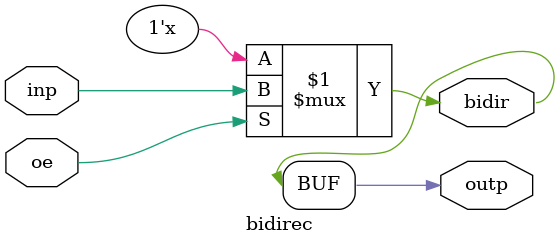
<source format=v>


`default_nettype none

module bidirec (input wire oe, input wire inp, output wire outp, output wire bidir);

assign bidir = oe ? inp : 1'bZ ;
assign outp  = bidir;

endmodule
</source>
